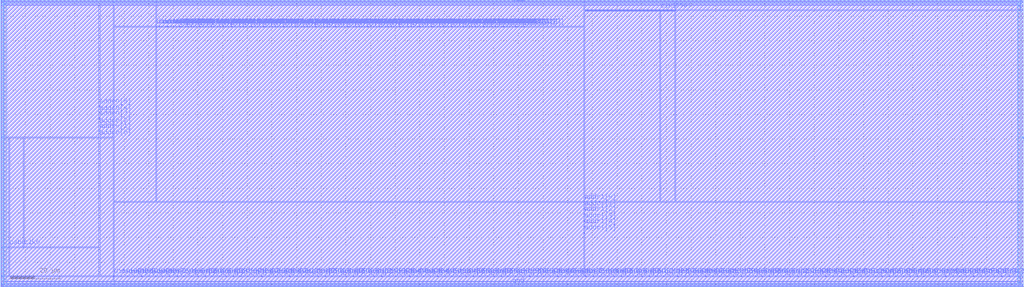
<source format=lef>
VERSION 5.4 ;
NAMESCASESENSITIVE ON ;
BUSBITCHARS "[]" ;
DIVIDERCHAR "/" ;
UNITS
  DATABASE MICRONS 2000 ;
END UNITS
MACRO freepdk45_sram_1w1r_40x128
   CLASS BLOCK ;
   SIZE 414.82 BY 116.62 ;
   SYMMETRY X Y R90 ;
   PIN din0[0]
      DIRECTION INPUT ;
      PORT
         LAYER metal3 ;
         RECT  45.705 4.2375 45.84 4.3725 ;
      END
   END din0[0]
   PIN din0[1]
      DIRECTION INPUT ;
      PORT
         LAYER metal3 ;
         RECT  48.565 4.2375 48.7 4.3725 ;
      END
   END din0[1]
   PIN din0[2]
      DIRECTION INPUT ;
      PORT
         LAYER metal3 ;
         RECT  51.425 4.2375 51.56 4.3725 ;
      END
   END din0[2]
   PIN din0[3]
      DIRECTION INPUT ;
      PORT
         LAYER metal3 ;
         RECT  54.285 4.2375 54.42 4.3725 ;
      END
   END din0[3]
   PIN din0[4]
      DIRECTION INPUT ;
      PORT
         LAYER metal3 ;
         RECT  57.145 4.2375 57.28 4.3725 ;
      END
   END din0[4]
   PIN din0[5]
      DIRECTION INPUT ;
      PORT
         LAYER metal3 ;
         RECT  60.005 4.2375 60.14 4.3725 ;
      END
   END din0[5]
   PIN din0[6]
      DIRECTION INPUT ;
      PORT
         LAYER metal3 ;
         RECT  62.865 4.2375 63.0 4.3725 ;
      END
   END din0[6]
   PIN din0[7]
      DIRECTION INPUT ;
      PORT
         LAYER metal3 ;
         RECT  65.725 4.2375 65.86 4.3725 ;
      END
   END din0[7]
   PIN din0[8]
      DIRECTION INPUT ;
      PORT
         LAYER metal3 ;
         RECT  68.585 4.2375 68.72 4.3725 ;
      END
   END din0[8]
   PIN din0[9]
      DIRECTION INPUT ;
      PORT
         LAYER metal3 ;
         RECT  71.445 4.2375 71.58 4.3725 ;
      END
   END din0[9]
   PIN din0[10]
      DIRECTION INPUT ;
      PORT
         LAYER metal3 ;
         RECT  74.305 4.2375 74.44 4.3725 ;
      END
   END din0[10]
   PIN din0[11]
      DIRECTION INPUT ;
      PORT
         LAYER metal3 ;
         RECT  77.165 4.2375 77.3 4.3725 ;
      END
   END din0[11]
   PIN din0[12]
      DIRECTION INPUT ;
      PORT
         LAYER metal3 ;
         RECT  80.025 4.2375 80.16 4.3725 ;
      END
   END din0[12]
   PIN din0[13]
      DIRECTION INPUT ;
      PORT
         LAYER metal3 ;
         RECT  82.885 4.2375 83.02 4.3725 ;
      END
   END din0[13]
   PIN din0[14]
      DIRECTION INPUT ;
      PORT
         LAYER metal3 ;
         RECT  85.745 4.2375 85.88 4.3725 ;
      END
   END din0[14]
   PIN din0[15]
      DIRECTION INPUT ;
      PORT
         LAYER metal3 ;
         RECT  88.605 4.2375 88.74 4.3725 ;
      END
   END din0[15]
   PIN din0[16]
      DIRECTION INPUT ;
      PORT
         LAYER metal3 ;
         RECT  91.465 4.2375 91.6 4.3725 ;
      END
   END din0[16]
   PIN din0[17]
      DIRECTION INPUT ;
      PORT
         LAYER metal3 ;
         RECT  94.325 4.2375 94.46 4.3725 ;
      END
   END din0[17]
   PIN din0[18]
      DIRECTION INPUT ;
      PORT
         LAYER metal3 ;
         RECT  97.185 4.2375 97.32 4.3725 ;
      END
   END din0[18]
   PIN din0[19]
      DIRECTION INPUT ;
      PORT
         LAYER metal3 ;
         RECT  100.045 4.2375 100.18 4.3725 ;
      END
   END din0[19]
   PIN din0[20]
      DIRECTION INPUT ;
      PORT
         LAYER metal3 ;
         RECT  102.905 4.2375 103.04 4.3725 ;
      END
   END din0[20]
   PIN din0[21]
      DIRECTION INPUT ;
      PORT
         LAYER metal3 ;
         RECT  105.765 4.2375 105.9 4.3725 ;
      END
   END din0[21]
   PIN din0[22]
      DIRECTION INPUT ;
      PORT
         LAYER metal3 ;
         RECT  108.625 4.2375 108.76 4.3725 ;
      END
   END din0[22]
   PIN din0[23]
      DIRECTION INPUT ;
      PORT
         LAYER metal3 ;
         RECT  111.485 4.2375 111.62 4.3725 ;
      END
   END din0[23]
   PIN din0[24]
      DIRECTION INPUT ;
      PORT
         LAYER metal3 ;
         RECT  114.345 4.2375 114.48 4.3725 ;
      END
   END din0[24]
   PIN din0[25]
      DIRECTION INPUT ;
      PORT
         LAYER metal3 ;
         RECT  117.205 4.2375 117.34 4.3725 ;
      END
   END din0[25]
   PIN din0[26]
      DIRECTION INPUT ;
      PORT
         LAYER metal3 ;
         RECT  120.065 4.2375 120.2 4.3725 ;
      END
   END din0[26]
   PIN din0[27]
      DIRECTION INPUT ;
      PORT
         LAYER metal3 ;
         RECT  122.925 4.2375 123.06 4.3725 ;
      END
   END din0[27]
   PIN din0[28]
      DIRECTION INPUT ;
      PORT
         LAYER metal3 ;
         RECT  125.785 4.2375 125.92 4.3725 ;
      END
   END din0[28]
   PIN din0[29]
      DIRECTION INPUT ;
      PORT
         LAYER metal3 ;
         RECT  128.645 4.2375 128.78 4.3725 ;
      END
   END din0[29]
   PIN din0[30]
      DIRECTION INPUT ;
      PORT
         LAYER metal3 ;
         RECT  131.505 4.2375 131.64 4.3725 ;
      END
   END din0[30]
   PIN din0[31]
      DIRECTION INPUT ;
      PORT
         LAYER metal3 ;
         RECT  134.365 4.2375 134.5 4.3725 ;
      END
   END din0[31]
   PIN din0[32]
      DIRECTION INPUT ;
      PORT
         LAYER metal3 ;
         RECT  137.225 4.2375 137.36 4.3725 ;
      END
   END din0[32]
   PIN din0[33]
      DIRECTION INPUT ;
      PORT
         LAYER metal3 ;
         RECT  140.085 4.2375 140.22 4.3725 ;
      END
   END din0[33]
   PIN din0[34]
      DIRECTION INPUT ;
      PORT
         LAYER metal3 ;
         RECT  142.945 4.2375 143.08 4.3725 ;
      END
   END din0[34]
   PIN din0[35]
      DIRECTION INPUT ;
      PORT
         LAYER metal3 ;
         RECT  145.805 4.2375 145.94 4.3725 ;
      END
   END din0[35]
   PIN din0[36]
      DIRECTION INPUT ;
      PORT
         LAYER metal3 ;
         RECT  148.665 4.2375 148.8 4.3725 ;
      END
   END din0[36]
   PIN din0[37]
      DIRECTION INPUT ;
      PORT
         LAYER metal3 ;
         RECT  151.525 4.2375 151.66 4.3725 ;
      END
   END din0[37]
   PIN din0[38]
      DIRECTION INPUT ;
      PORT
         LAYER metal3 ;
         RECT  154.385 4.2375 154.52 4.3725 ;
      END
   END din0[38]
   PIN din0[39]
      DIRECTION INPUT ;
      PORT
         LAYER metal3 ;
         RECT  157.245 4.2375 157.38 4.3725 ;
      END
   END din0[39]
   PIN din0[40]
      DIRECTION INPUT ;
      PORT
         LAYER metal3 ;
         RECT  160.105 4.2375 160.24 4.3725 ;
      END
   END din0[40]
   PIN din0[41]
      DIRECTION INPUT ;
      PORT
         LAYER metal3 ;
         RECT  162.965 4.2375 163.1 4.3725 ;
      END
   END din0[41]
   PIN din0[42]
      DIRECTION INPUT ;
      PORT
         LAYER metal3 ;
         RECT  165.825 4.2375 165.96 4.3725 ;
      END
   END din0[42]
   PIN din0[43]
      DIRECTION INPUT ;
      PORT
         LAYER metal3 ;
         RECT  168.685 4.2375 168.82 4.3725 ;
      END
   END din0[43]
   PIN din0[44]
      DIRECTION INPUT ;
      PORT
         LAYER metal3 ;
         RECT  171.545 4.2375 171.68 4.3725 ;
      END
   END din0[44]
   PIN din0[45]
      DIRECTION INPUT ;
      PORT
         LAYER metal3 ;
         RECT  174.405 4.2375 174.54 4.3725 ;
      END
   END din0[45]
   PIN din0[46]
      DIRECTION INPUT ;
      PORT
         LAYER metal3 ;
         RECT  177.265 4.2375 177.4 4.3725 ;
      END
   END din0[46]
   PIN din0[47]
      DIRECTION INPUT ;
      PORT
         LAYER metal3 ;
         RECT  180.125 4.2375 180.26 4.3725 ;
      END
   END din0[47]
   PIN din0[48]
      DIRECTION INPUT ;
      PORT
         LAYER metal3 ;
         RECT  182.985 4.2375 183.12 4.3725 ;
      END
   END din0[48]
   PIN din0[49]
      DIRECTION INPUT ;
      PORT
         LAYER metal3 ;
         RECT  185.845 4.2375 185.98 4.3725 ;
      END
   END din0[49]
   PIN din0[50]
      DIRECTION INPUT ;
      PORT
         LAYER metal3 ;
         RECT  188.705 4.2375 188.84 4.3725 ;
      END
   END din0[50]
   PIN din0[51]
      DIRECTION INPUT ;
      PORT
         LAYER metal3 ;
         RECT  191.565 4.2375 191.7 4.3725 ;
      END
   END din0[51]
   PIN din0[52]
      DIRECTION INPUT ;
      PORT
         LAYER metal3 ;
         RECT  194.425 4.2375 194.56 4.3725 ;
      END
   END din0[52]
   PIN din0[53]
      DIRECTION INPUT ;
      PORT
         LAYER metal3 ;
         RECT  197.285 4.2375 197.42 4.3725 ;
      END
   END din0[53]
   PIN din0[54]
      DIRECTION INPUT ;
      PORT
         LAYER metal3 ;
         RECT  200.145 4.2375 200.28 4.3725 ;
      END
   END din0[54]
   PIN din0[55]
      DIRECTION INPUT ;
      PORT
         LAYER metal3 ;
         RECT  203.005 4.2375 203.14 4.3725 ;
      END
   END din0[55]
   PIN din0[56]
      DIRECTION INPUT ;
      PORT
         LAYER metal3 ;
         RECT  205.865 4.2375 206.0 4.3725 ;
      END
   END din0[56]
   PIN din0[57]
      DIRECTION INPUT ;
      PORT
         LAYER metal3 ;
         RECT  208.725 4.2375 208.86 4.3725 ;
      END
   END din0[57]
   PIN din0[58]
      DIRECTION INPUT ;
      PORT
         LAYER metal3 ;
         RECT  211.585 4.2375 211.72 4.3725 ;
      END
   END din0[58]
   PIN din0[59]
      DIRECTION INPUT ;
      PORT
         LAYER metal3 ;
         RECT  214.445 4.2375 214.58 4.3725 ;
      END
   END din0[59]
   PIN din0[60]
      DIRECTION INPUT ;
      PORT
         LAYER metal3 ;
         RECT  217.305 4.2375 217.44 4.3725 ;
      END
   END din0[60]
   PIN din0[61]
      DIRECTION INPUT ;
      PORT
         LAYER metal3 ;
         RECT  220.165 4.2375 220.3 4.3725 ;
      END
   END din0[61]
   PIN din0[62]
      DIRECTION INPUT ;
      PORT
         LAYER metal3 ;
         RECT  223.025 4.2375 223.16 4.3725 ;
      END
   END din0[62]
   PIN din0[63]
      DIRECTION INPUT ;
      PORT
         LAYER metal3 ;
         RECT  225.885 4.2375 226.02 4.3725 ;
      END
   END din0[63]
   PIN din0[64]
      DIRECTION INPUT ;
      PORT
         LAYER metal3 ;
         RECT  228.745 4.2375 228.88 4.3725 ;
      END
   END din0[64]
   PIN din0[65]
      DIRECTION INPUT ;
      PORT
         LAYER metal3 ;
         RECT  231.605 4.2375 231.74 4.3725 ;
      END
   END din0[65]
   PIN din0[66]
      DIRECTION INPUT ;
      PORT
         LAYER metal3 ;
         RECT  234.465 4.2375 234.6 4.3725 ;
      END
   END din0[66]
   PIN din0[67]
      DIRECTION INPUT ;
      PORT
         LAYER metal3 ;
         RECT  237.325 4.2375 237.46 4.3725 ;
      END
   END din0[67]
   PIN din0[68]
      DIRECTION INPUT ;
      PORT
         LAYER metal3 ;
         RECT  240.185 4.2375 240.32 4.3725 ;
      END
   END din0[68]
   PIN din0[69]
      DIRECTION INPUT ;
      PORT
         LAYER metal3 ;
         RECT  243.045 4.2375 243.18 4.3725 ;
      END
   END din0[69]
   PIN din0[70]
      DIRECTION INPUT ;
      PORT
         LAYER metal3 ;
         RECT  245.905 4.2375 246.04 4.3725 ;
      END
   END din0[70]
   PIN din0[71]
      DIRECTION INPUT ;
      PORT
         LAYER metal3 ;
         RECT  248.765 4.2375 248.9 4.3725 ;
      END
   END din0[71]
   PIN din0[72]
      DIRECTION INPUT ;
      PORT
         LAYER metal3 ;
         RECT  251.625 4.2375 251.76 4.3725 ;
      END
   END din0[72]
   PIN din0[73]
      DIRECTION INPUT ;
      PORT
         LAYER metal3 ;
         RECT  254.485 4.2375 254.62 4.3725 ;
      END
   END din0[73]
   PIN din0[74]
      DIRECTION INPUT ;
      PORT
         LAYER metal3 ;
         RECT  257.345 4.2375 257.48 4.3725 ;
      END
   END din0[74]
   PIN din0[75]
      DIRECTION INPUT ;
      PORT
         LAYER metal3 ;
         RECT  260.205 4.2375 260.34 4.3725 ;
      END
   END din0[75]
   PIN din0[76]
      DIRECTION INPUT ;
      PORT
         LAYER metal3 ;
         RECT  263.065 4.2375 263.2 4.3725 ;
      END
   END din0[76]
   PIN din0[77]
      DIRECTION INPUT ;
      PORT
         LAYER metal3 ;
         RECT  265.925 4.2375 266.06 4.3725 ;
      END
   END din0[77]
   PIN din0[78]
      DIRECTION INPUT ;
      PORT
         LAYER metal3 ;
         RECT  268.785 4.2375 268.92 4.3725 ;
      END
   END din0[78]
   PIN din0[79]
      DIRECTION INPUT ;
      PORT
         LAYER metal3 ;
         RECT  271.645 4.2375 271.78 4.3725 ;
      END
   END din0[79]
   PIN din0[80]
      DIRECTION INPUT ;
      PORT
         LAYER metal3 ;
         RECT  274.505 4.2375 274.64 4.3725 ;
      END
   END din0[80]
   PIN din0[81]
      DIRECTION INPUT ;
      PORT
         LAYER metal3 ;
         RECT  277.365 4.2375 277.5 4.3725 ;
      END
   END din0[81]
   PIN din0[82]
      DIRECTION INPUT ;
      PORT
         LAYER metal3 ;
         RECT  280.225 4.2375 280.36 4.3725 ;
      END
   END din0[82]
   PIN din0[83]
      DIRECTION INPUT ;
      PORT
         LAYER metal3 ;
         RECT  283.085 4.2375 283.22 4.3725 ;
      END
   END din0[83]
   PIN din0[84]
      DIRECTION INPUT ;
      PORT
         LAYER metal3 ;
         RECT  285.945 4.2375 286.08 4.3725 ;
      END
   END din0[84]
   PIN din0[85]
      DIRECTION INPUT ;
      PORT
         LAYER metal3 ;
         RECT  288.805 4.2375 288.94 4.3725 ;
      END
   END din0[85]
   PIN din0[86]
      DIRECTION INPUT ;
      PORT
         LAYER metal3 ;
         RECT  291.665 4.2375 291.8 4.3725 ;
      END
   END din0[86]
   PIN din0[87]
      DIRECTION INPUT ;
      PORT
         LAYER metal3 ;
         RECT  294.525 4.2375 294.66 4.3725 ;
      END
   END din0[87]
   PIN din0[88]
      DIRECTION INPUT ;
      PORT
         LAYER metal3 ;
         RECT  297.385 4.2375 297.52 4.3725 ;
      END
   END din0[88]
   PIN din0[89]
      DIRECTION INPUT ;
      PORT
         LAYER metal3 ;
         RECT  300.245 4.2375 300.38 4.3725 ;
      END
   END din0[89]
   PIN din0[90]
      DIRECTION INPUT ;
      PORT
         LAYER metal3 ;
         RECT  303.105 4.2375 303.24 4.3725 ;
      END
   END din0[90]
   PIN din0[91]
      DIRECTION INPUT ;
      PORT
         LAYER metal3 ;
         RECT  305.965 4.2375 306.1 4.3725 ;
      END
   END din0[91]
   PIN din0[92]
      DIRECTION INPUT ;
      PORT
         LAYER metal3 ;
         RECT  308.825 4.2375 308.96 4.3725 ;
      END
   END din0[92]
   PIN din0[93]
      DIRECTION INPUT ;
      PORT
         LAYER metal3 ;
         RECT  311.685 4.2375 311.82 4.3725 ;
      END
   END din0[93]
   PIN din0[94]
      DIRECTION INPUT ;
      PORT
         LAYER metal3 ;
         RECT  314.545 4.2375 314.68 4.3725 ;
      END
   END din0[94]
   PIN din0[95]
      DIRECTION INPUT ;
      PORT
         LAYER metal3 ;
         RECT  317.405 4.2375 317.54 4.3725 ;
      END
   END din0[95]
   PIN din0[96]
      DIRECTION INPUT ;
      PORT
         LAYER metal3 ;
         RECT  320.265 4.2375 320.4 4.3725 ;
      END
   END din0[96]
   PIN din0[97]
      DIRECTION INPUT ;
      PORT
         LAYER metal3 ;
         RECT  323.125 4.2375 323.26 4.3725 ;
      END
   END din0[97]
   PIN din0[98]
      DIRECTION INPUT ;
      PORT
         LAYER metal3 ;
         RECT  325.985 4.2375 326.12 4.3725 ;
      END
   END din0[98]
   PIN din0[99]
      DIRECTION INPUT ;
      PORT
         LAYER metal3 ;
         RECT  328.845 4.2375 328.98 4.3725 ;
      END
   END din0[99]
   PIN din0[100]
      DIRECTION INPUT ;
      PORT
         LAYER metal3 ;
         RECT  331.705 4.2375 331.84 4.3725 ;
      END
   END din0[100]
   PIN din0[101]
      DIRECTION INPUT ;
      PORT
         LAYER metal3 ;
         RECT  334.565 4.2375 334.7 4.3725 ;
      END
   END din0[101]
   PIN din0[102]
      DIRECTION INPUT ;
      PORT
         LAYER metal3 ;
         RECT  337.425 4.2375 337.56 4.3725 ;
      END
   END din0[102]
   PIN din0[103]
      DIRECTION INPUT ;
      PORT
         LAYER metal3 ;
         RECT  340.285 4.2375 340.42 4.3725 ;
      END
   END din0[103]
   PIN din0[104]
      DIRECTION INPUT ;
      PORT
         LAYER metal3 ;
         RECT  343.145 4.2375 343.28 4.3725 ;
      END
   END din0[104]
   PIN din0[105]
      DIRECTION INPUT ;
      PORT
         LAYER metal3 ;
         RECT  346.005 4.2375 346.14 4.3725 ;
      END
   END din0[105]
   PIN din0[106]
      DIRECTION INPUT ;
      PORT
         LAYER metal3 ;
         RECT  348.865 4.2375 349.0 4.3725 ;
      END
   END din0[106]
   PIN din0[107]
      DIRECTION INPUT ;
      PORT
         LAYER metal3 ;
         RECT  351.725 4.2375 351.86 4.3725 ;
      END
   END din0[107]
   PIN din0[108]
      DIRECTION INPUT ;
      PORT
         LAYER metal3 ;
         RECT  354.585 4.2375 354.72 4.3725 ;
      END
   END din0[108]
   PIN din0[109]
      DIRECTION INPUT ;
      PORT
         LAYER metal3 ;
         RECT  357.445 4.2375 357.58 4.3725 ;
      END
   END din0[109]
   PIN din0[110]
      DIRECTION INPUT ;
      PORT
         LAYER metal3 ;
         RECT  360.305 4.2375 360.44 4.3725 ;
      END
   END din0[110]
   PIN din0[111]
      DIRECTION INPUT ;
      PORT
         LAYER metal3 ;
         RECT  363.165 4.2375 363.3 4.3725 ;
      END
   END din0[111]
   PIN din0[112]
      DIRECTION INPUT ;
      PORT
         LAYER metal3 ;
         RECT  366.025 4.2375 366.16 4.3725 ;
      END
   END din0[112]
   PIN din0[113]
      DIRECTION INPUT ;
      PORT
         LAYER metal3 ;
         RECT  368.885 4.2375 369.02 4.3725 ;
      END
   END din0[113]
   PIN din0[114]
      DIRECTION INPUT ;
      PORT
         LAYER metal3 ;
         RECT  371.745 4.2375 371.88 4.3725 ;
      END
   END din0[114]
   PIN din0[115]
      DIRECTION INPUT ;
      PORT
         LAYER metal3 ;
         RECT  374.605 4.2375 374.74 4.3725 ;
      END
   END din0[115]
   PIN din0[116]
      DIRECTION INPUT ;
      PORT
         LAYER metal3 ;
         RECT  377.465 4.2375 377.6 4.3725 ;
      END
   END din0[116]
   PIN din0[117]
      DIRECTION INPUT ;
      PORT
         LAYER metal3 ;
         RECT  380.325 4.2375 380.46 4.3725 ;
      END
   END din0[117]
   PIN din0[118]
      DIRECTION INPUT ;
      PORT
         LAYER metal3 ;
         RECT  383.185 4.2375 383.32 4.3725 ;
      END
   END din0[118]
   PIN din0[119]
      DIRECTION INPUT ;
      PORT
         LAYER metal3 ;
         RECT  386.045 4.2375 386.18 4.3725 ;
      END
   END din0[119]
   PIN din0[120]
      DIRECTION INPUT ;
      PORT
         LAYER metal3 ;
         RECT  388.905 4.2375 389.04 4.3725 ;
      END
   END din0[120]
   PIN din0[121]
      DIRECTION INPUT ;
      PORT
         LAYER metal3 ;
         RECT  391.765 4.2375 391.9 4.3725 ;
      END
   END din0[121]
   PIN din0[122]
      DIRECTION INPUT ;
      PORT
         LAYER metal3 ;
         RECT  394.625 4.2375 394.76 4.3725 ;
      END
   END din0[122]
   PIN din0[123]
      DIRECTION INPUT ;
      PORT
         LAYER metal3 ;
         RECT  397.485 4.2375 397.62 4.3725 ;
      END
   END din0[123]
   PIN din0[124]
      DIRECTION INPUT ;
      PORT
         LAYER metal3 ;
         RECT  400.345 4.2375 400.48 4.3725 ;
      END
   END din0[124]
   PIN din0[125]
      DIRECTION INPUT ;
      PORT
         LAYER metal3 ;
         RECT  403.205 4.2375 403.34 4.3725 ;
      END
   END din0[125]
   PIN din0[126]
      DIRECTION INPUT ;
      PORT
         LAYER metal3 ;
         RECT  406.065 4.2375 406.2 4.3725 ;
      END
   END din0[126]
   PIN din0[127]
      DIRECTION INPUT ;
      PORT
         LAYER metal3 ;
         RECT  408.925 4.2375 409.06 4.3725 ;
      END
   END din0[127]
   PIN addr0[0]
      DIRECTION INPUT ;
      PORT
         LAYER metal3 ;
         RECT  39.985 60.5525 40.12 60.6875 ;
      END
   END addr0[0]
   PIN addr0[1]
      DIRECTION INPUT ;
      PORT
         LAYER metal3 ;
         RECT  39.985 63.2825 40.12 63.4175 ;
      END
   END addr0[1]
   PIN addr0[2]
      DIRECTION INPUT ;
      PORT
         LAYER metal3 ;
         RECT  39.985 65.4925 40.12 65.6275 ;
      END
   END addr0[2]
   PIN addr0[3]
      DIRECTION INPUT ;
      PORT
         LAYER metal3 ;
         RECT  39.985 68.2225 40.12 68.3575 ;
      END
   END addr0[3]
   PIN addr0[4]
      DIRECTION INPUT ;
      PORT
         LAYER metal3 ;
         RECT  39.985 70.4325 40.12 70.5675 ;
      END
   END addr0[4]
   PIN addr0[5]
      DIRECTION INPUT ;
      PORT
         LAYER metal3 ;
         RECT  39.985 73.1625 40.12 73.2975 ;
      END
   END addr0[5]
   PIN addr1[0]
      DIRECTION INPUT ;
      PORT
         LAYER metal3 ;
         RECT  236.665 34.4225 236.8 34.5575 ;
      END
   END addr1[0]
   PIN addr1[1]
      DIRECTION INPUT ;
      PORT
         LAYER metal3 ;
         RECT  236.665 31.6925 236.8 31.8275 ;
      END
   END addr1[1]
   PIN addr1[2]
      DIRECTION INPUT ;
      PORT
         LAYER metal3 ;
         RECT  236.665 29.4825 236.8 29.6175 ;
      END
   END addr1[2]
   PIN addr1[3]
      DIRECTION INPUT ;
      PORT
         LAYER metal3 ;
         RECT  236.665 26.7525 236.8 26.8875 ;
      END
   END addr1[3]
   PIN addr1[4]
      DIRECTION INPUT ;
      PORT
         LAYER metal3 ;
         RECT  236.665 24.5425 236.8 24.6775 ;
      END
   END addr1[4]
   PIN addr1[5]
      DIRECTION INPUT ;
      PORT
         LAYER metal3 ;
         RECT  236.665 21.8125 236.8 21.9475 ;
      END
   END addr1[5]
   PIN csb0
      DIRECTION INPUT ;
      PORT
         LAYER metal3 ;
         RECT  3.325 15.9625 3.46 16.0975 ;
      END
   END csb0
   PIN csb1
      DIRECTION INPUT ;
      PORT
         LAYER metal3 ;
         RECT  273.465 112.2425 273.6 112.3775 ;
      END
   END csb1
   PIN clk0
      DIRECTION INPUT ;
      PORT
         LAYER metal3 ;
         RECT  9.2875 16.0475 9.4225 16.1825 ;
      END
   END clk0
   PIN clk1
      DIRECTION INPUT ;
      PORT
         LAYER metal3 ;
         RECT  267.3625 112.1575 267.4975 112.2925 ;
      END
   END clk1
   PIN dout1[0]
      DIRECTION OUTPUT ;
      PORT
         LAYER metal3 ;
         RECT  63.0625 105.535 63.1975 105.67 ;
      END
   END dout1[0]
   PIN dout1[1]
      DIRECTION OUTPUT ;
      PORT
         LAYER metal3 ;
         RECT  64.2375 105.535 64.3725 105.67 ;
      END
   END dout1[1]
   PIN dout1[2]
      DIRECTION OUTPUT ;
      PORT
         LAYER metal3 ;
         RECT  65.4125 105.535 65.5475 105.67 ;
      END
   END dout1[2]
   PIN dout1[3]
      DIRECTION OUTPUT ;
      PORT
         LAYER metal3 ;
         RECT  66.5875 105.535 66.7225 105.67 ;
      END
   END dout1[3]
   PIN dout1[4]
      DIRECTION OUTPUT ;
      PORT
         LAYER metal3 ;
         RECT  67.7625 105.535 67.8975 105.67 ;
      END
   END dout1[4]
   PIN dout1[5]
      DIRECTION OUTPUT ;
      PORT
         LAYER metal3 ;
         RECT  68.9375 105.535 69.0725 105.67 ;
      END
   END dout1[5]
   PIN dout1[6]
      DIRECTION OUTPUT ;
      PORT
         LAYER metal3 ;
         RECT  70.1125 105.535 70.2475 105.67 ;
      END
   END dout1[6]
   PIN dout1[7]
      DIRECTION OUTPUT ;
      PORT
         LAYER metal3 ;
         RECT  71.2875 105.535 71.4225 105.67 ;
      END
   END dout1[7]
   PIN dout1[8]
      DIRECTION OUTPUT ;
      PORT
         LAYER metal3 ;
         RECT  72.4625 105.535 72.5975 105.67 ;
      END
   END dout1[8]
   PIN dout1[9]
      DIRECTION OUTPUT ;
      PORT
         LAYER metal3 ;
         RECT  73.6375 105.535 73.7725 105.67 ;
      END
   END dout1[9]
   PIN dout1[10]
      DIRECTION OUTPUT ;
      PORT
         LAYER metal3 ;
         RECT  74.8125 105.535 74.9475 105.67 ;
      END
   END dout1[10]
   PIN dout1[11]
      DIRECTION OUTPUT ;
      PORT
         LAYER metal3 ;
         RECT  75.9875 105.535 76.1225 105.67 ;
      END
   END dout1[11]
   PIN dout1[12]
      DIRECTION OUTPUT ;
      PORT
         LAYER metal3 ;
         RECT  77.1625 105.535 77.2975 105.67 ;
      END
   END dout1[12]
   PIN dout1[13]
      DIRECTION OUTPUT ;
      PORT
         LAYER metal3 ;
         RECT  78.3375 105.535 78.4725 105.67 ;
      END
   END dout1[13]
   PIN dout1[14]
      DIRECTION OUTPUT ;
      PORT
         LAYER metal3 ;
         RECT  79.5125 105.535 79.6475 105.67 ;
      END
   END dout1[14]
   PIN dout1[15]
      DIRECTION OUTPUT ;
      PORT
         LAYER metal3 ;
         RECT  80.6875 105.535 80.8225 105.67 ;
      END
   END dout1[15]
   PIN dout1[16]
      DIRECTION OUTPUT ;
      PORT
         LAYER metal3 ;
         RECT  81.8625 105.535 81.9975 105.67 ;
      END
   END dout1[16]
   PIN dout1[17]
      DIRECTION OUTPUT ;
      PORT
         LAYER metal3 ;
         RECT  83.0375 105.535 83.1725 105.67 ;
      END
   END dout1[17]
   PIN dout1[18]
      DIRECTION OUTPUT ;
      PORT
         LAYER metal3 ;
         RECT  84.2125 105.535 84.3475 105.67 ;
      END
   END dout1[18]
   PIN dout1[19]
      DIRECTION OUTPUT ;
      PORT
         LAYER metal3 ;
         RECT  85.3875 105.535 85.5225 105.67 ;
      END
   END dout1[19]
   PIN dout1[20]
      DIRECTION OUTPUT ;
      PORT
         LAYER metal3 ;
         RECT  86.5625 105.535 86.6975 105.67 ;
      END
   END dout1[20]
   PIN dout1[21]
      DIRECTION OUTPUT ;
      PORT
         LAYER metal3 ;
         RECT  87.7375 105.535 87.8725 105.67 ;
      END
   END dout1[21]
   PIN dout1[22]
      DIRECTION OUTPUT ;
      PORT
         LAYER metal3 ;
         RECT  88.9125 105.535 89.0475 105.67 ;
      END
   END dout1[22]
   PIN dout1[23]
      DIRECTION OUTPUT ;
      PORT
         LAYER metal3 ;
         RECT  90.0875 105.535 90.2225 105.67 ;
      END
   END dout1[23]
   PIN dout1[24]
      DIRECTION OUTPUT ;
      PORT
         LAYER metal3 ;
         RECT  91.2625 105.535 91.3975 105.67 ;
      END
   END dout1[24]
   PIN dout1[25]
      DIRECTION OUTPUT ;
      PORT
         LAYER metal3 ;
         RECT  92.4375 105.535 92.5725 105.67 ;
      END
   END dout1[25]
   PIN dout1[26]
      DIRECTION OUTPUT ;
      PORT
         LAYER metal3 ;
         RECT  93.6125 105.535 93.7475 105.67 ;
      END
   END dout1[26]
   PIN dout1[27]
      DIRECTION OUTPUT ;
      PORT
         LAYER metal3 ;
         RECT  94.7875 105.535 94.9225 105.67 ;
      END
   END dout1[27]
   PIN dout1[28]
      DIRECTION OUTPUT ;
      PORT
         LAYER metal3 ;
         RECT  95.9625 105.535 96.0975 105.67 ;
      END
   END dout1[28]
   PIN dout1[29]
      DIRECTION OUTPUT ;
      PORT
         LAYER metal3 ;
         RECT  97.1375 105.535 97.2725 105.67 ;
      END
   END dout1[29]
   PIN dout1[30]
      DIRECTION OUTPUT ;
      PORT
         LAYER metal3 ;
         RECT  98.3125 105.535 98.4475 105.67 ;
      END
   END dout1[30]
   PIN dout1[31]
      DIRECTION OUTPUT ;
      PORT
         LAYER metal3 ;
         RECT  99.4875 105.535 99.6225 105.67 ;
      END
   END dout1[31]
   PIN dout1[32]
      DIRECTION OUTPUT ;
      PORT
         LAYER metal3 ;
         RECT  100.6625 105.535 100.7975 105.67 ;
      END
   END dout1[32]
   PIN dout1[33]
      DIRECTION OUTPUT ;
      PORT
         LAYER metal3 ;
         RECT  101.8375 105.535 101.9725 105.67 ;
      END
   END dout1[33]
   PIN dout1[34]
      DIRECTION OUTPUT ;
      PORT
         LAYER metal3 ;
         RECT  103.0125 105.535 103.1475 105.67 ;
      END
   END dout1[34]
   PIN dout1[35]
      DIRECTION OUTPUT ;
      PORT
         LAYER metal3 ;
         RECT  104.1875 105.535 104.3225 105.67 ;
      END
   END dout1[35]
   PIN dout1[36]
      DIRECTION OUTPUT ;
      PORT
         LAYER metal3 ;
         RECT  105.3625 105.535 105.4975 105.67 ;
      END
   END dout1[36]
   PIN dout1[37]
      DIRECTION OUTPUT ;
      PORT
         LAYER metal3 ;
         RECT  106.5375 105.535 106.6725 105.67 ;
      END
   END dout1[37]
   PIN dout1[38]
      DIRECTION OUTPUT ;
      PORT
         LAYER metal3 ;
         RECT  107.7125 105.535 107.8475 105.67 ;
      END
   END dout1[38]
   PIN dout1[39]
      DIRECTION OUTPUT ;
      PORT
         LAYER metal3 ;
         RECT  108.8875 105.535 109.0225 105.67 ;
      END
   END dout1[39]
   PIN dout1[40]
      DIRECTION OUTPUT ;
      PORT
         LAYER metal3 ;
         RECT  110.0625 105.535 110.1975 105.67 ;
      END
   END dout1[40]
   PIN dout1[41]
      DIRECTION OUTPUT ;
      PORT
         LAYER metal3 ;
         RECT  111.2375 105.535 111.3725 105.67 ;
      END
   END dout1[41]
   PIN dout1[42]
      DIRECTION OUTPUT ;
      PORT
         LAYER metal3 ;
         RECT  112.4125 105.535 112.5475 105.67 ;
      END
   END dout1[42]
   PIN dout1[43]
      DIRECTION OUTPUT ;
      PORT
         LAYER metal3 ;
         RECT  113.5875 105.535 113.7225 105.67 ;
      END
   END dout1[43]
   PIN dout1[44]
      DIRECTION OUTPUT ;
      PORT
         LAYER metal3 ;
         RECT  114.7625 105.535 114.8975 105.67 ;
      END
   END dout1[44]
   PIN dout1[45]
      DIRECTION OUTPUT ;
      PORT
         LAYER metal3 ;
         RECT  115.9375 105.535 116.0725 105.67 ;
      END
   END dout1[45]
   PIN dout1[46]
      DIRECTION OUTPUT ;
      PORT
         LAYER metal3 ;
         RECT  117.1125 105.535 117.2475 105.67 ;
      END
   END dout1[46]
   PIN dout1[47]
      DIRECTION OUTPUT ;
      PORT
         LAYER metal3 ;
         RECT  118.2875 105.535 118.4225 105.67 ;
      END
   END dout1[47]
   PIN dout1[48]
      DIRECTION OUTPUT ;
      PORT
         LAYER metal3 ;
         RECT  119.4625 105.535 119.5975 105.67 ;
      END
   END dout1[48]
   PIN dout1[49]
      DIRECTION OUTPUT ;
      PORT
         LAYER metal3 ;
         RECT  120.6375 105.535 120.7725 105.67 ;
      END
   END dout1[49]
   PIN dout1[50]
      DIRECTION OUTPUT ;
      PORT
         LAYER metal3 ;
         RECT  121.8125 105.535 121.9475 105.67 ;
      END
   END dout1[50]
   PIN dout1[51]
      DIRECTION OUTPUT ;
      PORT
         LAYER metal3 ;
         RECT  122.9875 105.535 123.1225 105.67 ;
      END
   END dout1[51]
   PIN dout1[52]
      DIRECTION OUTPUT ;
      PORT
         LAYER metal3 ;
         RECT  124.1625 105.535 124.2975 105.67 ;
      END
   END dout1[52]
   PIN dout1[53]
      DIRECTION OUTPUT ;
      PORT
         LAYER metal3 ;
         RECT  125.3375 105.535 125.4725 105.67 ;
      END
   END dout1[53]
   PIN dout1[54]
      DIRECTION OUTPUT ;
      PORT
         LAYER metal3 ;
         RECT  126.5125 105.535 126.6475 105.67 ;
      END
   END dout1[54]
   PIN dout1[55]
      DIRECTION OUTPUT ;
      PORT
         LAYER metal3 ;
         RECT  127.6875 105.535 127.8225 105.67 ;
      END
   END dout1[55]
   PIN dout1[56]
      DIRECTION OUTPUT ;
      PORT
         LAYER metal3 ;
         RECT  128.8625 105.535 128.9975 105.67 ;
      END
   END dout1[56]
   PIN dout1[57]
      DIRECTION OUTPUT ;
      PORT
         LAYER metal3 ;
         RECT  130.0375 105.535 130.1725 105.67 ;
      END
   END dout1[57]
   PIN dout1[58]
      DIRECTION OUTPUT ;
      PORT
         LAYER metal3 ;
         RECT  131.2125 105.535 131.3475 105.67 ;
      END
   END dout1[58]
   PIN dout1[59]
      DIRECTION OUTPUT ;
      PORT
         LAYER metal3 ;
         RECT  132.3875 105.535 132.5225 105.67 ;
      END
   END dout1[59]
   PIN dout1[60]
      DIRECTION OUTPUT ;
      PORT
         LAYER metal3 ;
         RECT  133.5625 105.535 133.6975 105.67 ;
      END
   END dout1[60]
   PIN dout1[61]
      DIRECTION OUTPUT ;
      PORT
         LAYER metal3 ;
         RECT  134.7375 105.535 134.8725 105.67 ;
      END
   END dout1[61]
   PIN dout1[62]
      DIRECTION OUTPUT ;
      PORT
         LAYER metal3 ;
         RECT  135.9125 105.535 136.0475 105.67 ;
      END
   END dout1[62]
   PIN dout1[63]
      DIRECTION OUTPUT ;
      PORT
         LAYER metal3 ;
         RECT  137.0875 105.535 137.2225 105.67 ;
      END
   END dout1[63]
   PIN dout1[64]
      DIRECTION OUTPUT ;
      PORT
         LAYER metal3 ;
         RECT  138.2625 105.535 138.3975 105.67 ;
      END
   END dout1[64]
   PIN dout1[65]
      DIRECTION OUTPUT ;
      PORT
         LAYER metal3 ;
         RECT  139.4375 105.535 139.5725 105.67 ;
      END
   END dout1[65]
   PIN dout1[66]
      DIRECTION OUTPUT ;
      PORT
         LAYER metal3 ;
         RECT  140.6125 105.535 140.7475 105.67 ;
      END
   END dout1[66]
   PIN dout1[67]
      DIRECTION OUTPUT ;
      PORT
         LAYER metal3 ;
         RECT  141.7875 105.535 141.9225 105.67 ;
      END
   END dout1[67]
   PIN dout1[68]
      DIRECTION OUTPUT ;
      PORT
         LAYER metal3 ;
         RECT  142.9625 105.535 143.0975 105.67 ;
      END
   END dout1[68]
   PIN dout1[69]
      DIRECTION OUTPUT ;
      PORT
         LAYER metal3 ;
         RECT  144.1375 105.535 144.2725 105.67 ;
      END
   END dout1[69]
   PIN dout1[70]
      DIRECTION OUTPUT ;
      PORT
         LAYER metal3 ;
         RECT  145.3125 105.535 145.4475 105.67 ;
      END
   END dout1[70]
   PIN dout1[71]
      DIRECTION OUTPUT ;
      PORT
         LAYER metal3 ;
         RECT  146.4875 105.535 146.6225 105.67 ;
      END
   END dout1[71]
   PIN dout1[72]
      DIRECTION OUTPUT ;
      PORT
         LAYER metal3 ;
         RECT  147.6625 105.535 147.7975 105.67 ;
      END
   END dout1[72]
   PIN dout1[73]
      DIRECTION OUTPUT ;
      PORT
         LAYER metal3 ;
         RECT  148.8375 105.535 148.9725 105.67 ;
      END
   END dout1[73]
   PIN dout1[74]
      DIRECTION OUTPUT ;
      PORT
         LAYER metal3 ;
         RECT  150.0125 105.535 150.1475 105.67 ;
      END
   END dout1[74]
   PIN dout1[75]
      DIRECTION OUTPUT ;
      PORT
         LAYER metal3 ;
         RECT  151.1875 105.535 151.3225 105.67 ;
      END
   END dout1[75]
   PIN dout1[76]
      DIRECTION OUTPUT ;
      PORT
         LAYER metal3 ;
         RECT  152.3625 105.535 152.4975 105.67 ;
      END
   END dout1[76]
   PIN dout1[77]
      DIRECTION OUTPUT ;
      PORT
         LAYER metal3 ;
         RECT  153.5375 105.535 153.6725 105.67 ;
      END
   END dout1[77]
   PIN dout1[78]
      DIRECTION OUTPUT ;
      PORT
         LAYER metal3 ;
         RECT  154.7125 105.535 154.8475 105.67 ;
      END
   END dout1[78]
   PIN dout1[79]
      DIRECTION OUTPUT ;
      PORT
         LAYER metal3 ;
         RECT  155.8875 105.535 156.0225 105.67 ;
      END
   END dout1[79]
   PIN dout1[80]
      DIRECTION OUTPUT ;
      PORT
         LAYER metal3 ;
         RECT  157.0625 105.535 157.1975 105.67 ;
      END
   END dout1[80]
   PIN dout1[81]
      DIRECTION OUTPUT ;
      PORT
         LAYER metal3 ;
         RECT  158.2375 105.535 158.3725 105.67 ;
      END
   END dout1[81]
   PIN dout1[82]
      DIRECTION OUTPUT ;
      PORT
         LAYER metal3 ;
         RECT  159.4125 105.535 159.5475 105.67 ;
      END
   END dout1[82]
   PIN dout1[83]
      DIRECTION OUTPUT ;
      PORT
         LAYER metal3 ;
         RECT  160.5875 105.535 160.7225 105.67 ;
      END
   END dout1[83]
   PIN dout1[84]
      DIRECTION OUTPUT ;
      PORT
         LAYER metal3 ;
         RECT  161.7625 105.535 161.8975 105.67 ;
      END
   END dout1[84]
   PIN dout1[85]
      DIRECTION OUTPUT ;
      PORT
         LAYER metal3 ;
         RECT  162.9375 105.535 163.0725 105.67 ;
      END
   END dout1[85]
   PIN dout1[86]
      DIRECTION OUTPUT ;
      PORT
         LAYER metal3 ;
         RECT  164.1125 105.535 164.2475 105.67 ;
      END
   END dout1[86]
   PIN dout1[87]
      DIRECTION OUTPUT ;
      PORT
         LAYER metal3 ;
         RECT  165.2875 105.535 165.4225 105.67 ;
      END
   END dout1[87]
   PIN dout1[88]
      DIRECTION OUTPUT ;
      PORT
         LAYER metal3 ;
         RECT  166.4625 105.535 166.5975 105.67 ;
      END
   END dout1[88]
   PIN dout1[89]
      DIRECTION OUTPUT ;
      PORT
         LAYER metal3 ;
         RECT  167.6375 105.535 167.7725 105.67 ;
      END
   END dout1[89]
   PIN dout1[90]
      DIRECTION OUTPUT ;
      PORT
         LAYER metal3 ;
         RECT  168.8125 105.535 168.9475 105.67 ;
      END
   END dout1[90]
   PIN dout1[91]
      DIRECTION OUTPUT ;
      PORT
         LAYER metal3 ;
         RECT  169.9875 105.535 170.1225 105.67 ;
      END
   END dout1[91]
   PIN dout1[92]
      DIRECTION OUTPUT ;
      PORT
         LAYER metal3 ;
         RECT  171.1625 105.535 171.2975 105.67 ;
      END
   END dout1[92]
   PIN dout1[93]
      DIRECTION OUTPUT ;
      PORT
         LAYER metal3 ;
         RECT  172.3375 105.535 172.4725 105.67 ;
      END
   END dout1[93]
   PIN dout1[94]
      DIRECTION OUTPUT ;
      PORT
         LAYER metal3 ;
         RECT  173.5125 105.535 173.6475 105.67 ;
      END
   END dout1[94]
   PIN dout1[95]
      DIRECTION OUTPUT ;
      PORT
         LAYER metal3 ;
         RECT  174.6875 105.535 174.8225 105.67 ;
      END
   END dout1[95]
   PIN dout1[96]
      DIRECTION OUTPUT ;
      PORT
         LAYER metal3 ;
         RECT  175.8625 105.535 175.9975 105.67 ;
      END
   END dout1[96]
   PIN dout1[97]
      DIRECTION OUTPUT ;
      PORT
         LAYER metal3 ;
         RECT  177.0375 105.535 177.1725 105.67 ;
      END
   END dout1[97]
   PIN dout1[98]
      DIRECTION OUTPUT ;
      PORT
         LAYER metal3 ;
         RECT  178.2125 105.535 178.3475 105.67 ;
      END
   END dout1[98]
   PIN dout1[99]
      DIRECTION OUTPUT ;
      PORT
         LAYER metal3 ;
         RECT  179.3875 105.535 179.5225 105.67 ;
      END
   END dout1[99]
   PIN dout1[100]
      DIRECTION OUTPUT ;
      PORT
         LAYER metal3 ;
         RECT  180.5625 105.535 180.6975 105.67 ;
      END
   END dout1[100]
   PIN dout1[101]
      DIRECTION OUTPUT ;
      PORT
         LAYER metal3 ;
         RECT  181.7375 105.535 181.8725 105.67 ;
      END
   END dout1[101]
   PIN dout1[102]
      DIRECTION OUTPUT ;
      PORT
         LAYER metal3 ;
         RECT  182.9125 105.535 183.0475 105.67 ;
      END
   END dout1[102]
   PIN dout1[103]
      DIRECTION OUTPUT ;
      PORT
         LAYER metal3 ;
         RECT  184.0875 105.535 184.2225 105.67 ;
      END
   END dout1[103]
   PIN dout1[104]
      DIRECTION OUTPUT ;
      PORT
         LAYER metal3 ;
         RECT  185.2625 105.535 185.3975 105.67 ;
      END
   END dout1[104]
   PIN dout1[105]
      DIRECTION OUTPUT ;
      PORT
         LAYER metal3 ;
         RECT  186.4375 105.535 186.5725 105.67 ;
      END
   END dout1[105]
   PIN dout1[106]
      DIRECTION OUTPUT ;
      PORT
         LAYER metal3 ;
         RECT  187.6125 105.535 187.7475 105.67 ;
      END
   END dout1[106]
   PIN dout1[107]
      DIRECTION OUTPUT ;
      PORT
         LAYER metal3 ;
         RECT  188.7875 105.535 188.9225 105.67 ;
      END
   END dout1[107]
   PIN dout1[108]
      DIRECTION OUTPUT ;
      PORT
         LAYER metal3 ;
         RECT  189.9625 105.535 190.0975 105.67 ;
      END
   END dout1[108]
   PIN dout1[109]
      DIRECTION OUTPUT ;
      PORT
         LAYER metal3 ;
         RECT  191.1375 105.535 191.2725 105.67 ;
      END
   END dout1[109]
   PIN dout1[110]
      DIRECTION OUTPUT ;
      PORT
         LAYER metal3 ;
         RECT  192.3125 105.535 192.4475 105.67 ;
      END
   END dout1[110]
   PIN dout1[111]
      DIRECTION OUTPUT ;
      PORT
         LAYER metal3 ;
         RECT  193.4875 105.535 193.6225 105.67 ;
      END
   END dout1[111]
   PIN dout1[112]
      DIRECTION OUTPUT ;
      PORT
         LAYER metal3 ;
         RECT  194.6625 105.535 194.7975 105.67 ;
      END
   END dout1[112]
   PIN dout1[113]
      DIRECTION OUTPUT ;
      PORT
         LAYER metal3 ;
         RECT  195.8375 105.535 195.9725 105.67 ;
      END
   END dout1[113]
   PIN dout1[114]
      DIRECTION OUTPUT ;
      PORT
         LAYER metal3 ;
         RECT  197.0125 105.535 197.1475 105.67 ;
      END
   END dout1[114]
   PIN dout1[115]
      DIRECTION OUTPUT ;
      PORT
         LAYER metal3 ;
         RECT  198.1875 105.535 198.3225 105.67 ;
      END
   END dout1[115]
   PIN dout1[116]
      DIRECTION OUTPUT ;
      PORT
         LAYER metal3 ;
         RECT  199.3625 105.535 199.4975 105.67 ;
      END
   END dout1[116]
   PIN dout1[117]
      DIRECTION OUTPUT ;
      PORT
         LAYER metal3 ;
         RECT  200.5375 105.535 200.6725 105.67 ;
      END
   END dout1[117]
   PIN dout1[118]
      DIRECTION OUTPUT ;
      PORT
         LAYER metal3 ;
         RECT  201.7125 105.535 201.8475 105.67 ;
      END
   END dout1[118]
   PIN dout1[119]
      DIRECTION OUTPUT ;
      PORT
         LAYER metal3 ;
         RECT  202.8875 105.535 203.0225 105.67 ;
      END
   END dout1[119]
   PIN dout1[120]
      DIRECTION OUTPUT ;
      PORT
         LAYER metal3 ;
         RECT  204.0625 105.535 204.1975 105.67 ;
      END
   END dout1[120]
   PIN dout1[121]
      DIRECTION OUTPUT ;
      PORT
         LAYER metal3 ;
         RECT  205.2375 105.535 205.3725 105.67 ;
      END
   END dout1[121]
   PIN dout1[122]
      DIRECTION OUTPUT ;
      PORT
         LAYER metal3 ;
         RECT  206.4125 105.535 206.5475 105.67 ;
      END
   END dout1[122]
   PIN dout1[123]
      DIRECTION OUTPUT ;
      PORT
         LAYER metal3 ;
         RECT  207.5875 105.535 207.7225 105.67 ;
      END
   END dout1[123]
   PIN dout1[124]
      DIRECTION OUTPUT ;
      PORT
         LAYER metal3 ;
         RECT  208.7625 105.535 208.8975 105.67 ;
      END
   END dout1[124]
   PIN dout1[125]
      DIRECTION OUTPUT ;
      PORT
         LAYER metal3 ;
         RECT  209.9375 105.535 210.0725 105.67 ;
      END
   END dout1[125]
   PIN dout1[126]
      DIRECTION OUTPUT ;
      PORT
         LAYER metal3 ;
         RECT  211.1125 105.535 211.2475 105.67 ;
      END
   END dout1[126]
   PIN dout1[127]
      DIRECTION OUTPUT ;
      PORT
         LAYER metal3 ;
         RECT  212.2875 105.535 212.4225 105.67 ;
      END
   END dout1[127]
   PIN vdd
      DIRECTION INOUT ;
      USE POWER ; 
      SHAPE ABUTMENT ; 
      PORT
         LAYER metal4 ;
         RECT  1.4 1.4 2.1 115.22 ;
         LAYER metal3 ;
         RECT  1.4 1.4 413.42 2.1 ;
         LAYER metal4 ;
         RECT  412.72 1.4 413.42 115.22 ;
         LAYER metal3 ;
         RECT  1.4 114.52 413.42 115.22 ;
      END
   END vdd
   PIN gnd
      DIRECTION INOUT ;
      USE GROUND ; 
      SHAPE ABUTMENT ; 
      PORT
         LAYER metal4 ;
         RECT  0.0 0.0 0.7 116.62 ;
         LAYER metal3 ;
         RECT  0.0 115.92 414.82 116.62 ;
         LAYER metal3 ;
         RECT  0.0 0.0 414.82 0.7 ;
         LAYER metal4 ;
         RECT  414.12 0.0 414.82 116.62 ;
      END
   END gnd
   OBS
   LAYER  metal1 ;
      RECT  0.14 0.14 414.68 116.48 ;
   LAYER  metal2 ;
      RECT  0.14 0.14 414.68 116.48 ;
   LAYER  metal3 ;
      RECT  0.14 4.0975 45.565 4.5125 ;
      RECT  45.98 4.0975 48.425 4.5125 ;
      RECT  48.84 4.0975 51.285 4.5125 ;
      RECT  51.7 4.0975 54.145 4.5125 ;
      RECT  54.56 4.0975 57.005 4.5125 ;
      RECT  57.42 4.0975 59.865 4.5125 ;
      RECT  60.28 4.0975 62.725 4.5125 ;
      RECT  63.14 4.0975 65.585 4.5125 ;
      RECT  66.0 4.0975 68.445 4.5125 ;
      RECT  68.86 4.0975 71.305 4.5125 ;
      RECT  71.72 4.0975 74.165 4.5125 ;
      RECT  74.58 4.0975 77.025 4.5125 ;
      RECT  77.44 4.0975 79.885 4.5125 ;
      RECT  80.3 4.0975 82.745 4.5125 ;
      RECT  83.16 4.0975 85.605 4.5125 ;
      RECT  86.02 4.0975 88.465 4.5125 ;
      RECT  88.88 4.0975 91.325 4.5125 ;
      RECT  91.74 4.0975 94.185 4.5125 ;
      RECT  94.6 4.0975 97.045 4.5125 ;
      RECT  97.46 4.0975 99.905 4.5125 ;
      RECT  100.32 4.0975 102.765 4.5125 ;
      RECT  103.18 4.0975 105.625 4.5125 ;
      RECT  106.04 4.0975 108.485 4.5125 ;
      RECT  108.9 4.0975 111.345 4.5125 ;
      RECT  111.76 4.0975 114.205 4.5125 ;
      RECT  114.62 4.0975 117.065 4.5125 ;
      RECT  117.48 4.0975 119.925 4.5125 ;
      RECT  120.34 4.0975 122.785 4.5125 ;
      RECT  123.2 4.0975 125.645 4.5125 ;
      RECT  126.06 4.0975 128.505 4.5125 ;
      RECT  128.92 4.0975 131.365 4.5125 ;
      RECT  131.78 4.0975 134.225 4.5125 ;
      RECT  134.64 4.0975 137.085 4.5125 ;
      RECT  137.5 4.0975 139.945 4.5125 ;
      RECT  140.36 4.0975 142.805 4.5125 ;
      RECT  143.22 4.0975 145.665 4.5125 ;
      RECT  146.08 4.0975 148.525 4.5125 ;
      RECT  148.94 4.0975 151.385 4.5125 ;
      RECT  151.8 4.0975 154.245 4.5125 ;
      RECT  154.66 4.0975 157.105 4.5125 ;
      RECT  157.52 4.0975 159.965 4.5125 ;
      RECT  160.38 4.0975 162.825 4.5125 ;
      RECT  163.24 4.0975 165.685 4.5125 ;
      RECT  166.1 4.0975 168.545 4.5125 ;
      RECT  168.96 4.0975 171.405 4.5125 ;
      RECT  171.82 4.0975 174.265 4.5125 ;
      RECT  174.68 4.0975 177.125 4.5125 ;
      RECT  177.54 4.0975 179.985 4.5125 ;
      RECT  180.4 4.0975 182.845 4.5125 ;
      RECT  183.26 4.0975 185.705 4.5125 ;
      RECT  186.12 4.0975 188.565 4.5125 ;
      RECT  188.98 4.0975 191.425 4.5125 ;
      RECT  191.84 4.0975 194.285 4.5125 ;
      RECT  194.7 4.0975 197.145 4.5125 ;
      RECT  197.56 4.0975 200.005 4.5125 ;
      RECT  200.42 4.0975 202.865 4.5125 ;
      RECT  203.28 4.0975 205.725 4.5125 ;
      RECT  206.14 4.0975 208.585 4.5125 ;
      RECT  209.0 4.0975 211.445 4.5125 ;
      RECT  211.86 4.0975 214.305 4.5125 ;
      RECT  214.72 4.0975 217.165 4.5125 ;
      RECT  217.58 4.0975 220.025 4.5125 ;
      RECT  220.44 4.0975 222.885 4.5125 ;
      RECT  223.3 4.0975 225.745 4.5125 ;
      RECT  226.16 4.0975 228.605 4.5125 ;
      RECT  229.02 4.0975 231.465 4.5125 ;
      RECT  231.88 4.0975 234.325 4.5125 ;
      RECT  234.74 4.0975 237.185 4.5125 ;
      RECT  237.6 4.0975 240.045 4.5125 ;
      RECT  240.46 4.0975 242.905 4.5125 ;
      RECT  243.32 4.0975 245.765 4.5125 ;
      RECT  246.18 4.0975 248.625 4.5125 ;
      RECT  249.04 4.0975 251.485 4.5125 ;
      RECT  251.9 4.0975 254.345 4.5125 ;
      RECT  254.76 4.0975 257.205 4.5125 ;
      RECT  257.62 4.0975 260.065 4.5125 ;
      RECT  260.48 4.0975 262.925 4.5125 ;
      RECT  263.34 4.0975 265.785 4.5125 ;
      RECT  266.2 4.0975 268.645 4.5125 ;
      RECT  269.06 4.0975 271.505 4.5125 ;
      RECT  271.92 4.0975 274.365 4.5125 ;
      RECT  274.78 4.0975 277.225 4.5125 ;
      RECT  277.64 4.0975 280.085 4.5125 ;
      RECT  280.5 4.0975 282.945 4.5125 ;
      RECT  283.36 4.0975 285.805 4.5125 ;
      RECT  286.22 4.0975 288.665 4.5125 ;
      RECT  289.08 4.0975 291.525 4.5125 ;
      RECT  291.94 4.0975 294.385 4.5125 ;
      RECT  294.8 4.0975 297.245 4.5125 ;
      RECT  297.66 4.0975 300.105 4.5125 ;
      RECT  300.52 4.0975 302.965 4.5125 ;
      RECT  303.38 4.0975 305.825 4.5125 ;
      RECT  306.24 4.0975 308.685 4.5125 ;
      RECT  309.1 4.0975 311.545 4.5125 ;
      RECT  311.96 4.0975 314.405 4.5125 ;
      RECT  314.82 4.0975 317.265 4.5125 ;
      RECT  317.68 4.0975 320.125 4.5125 ;
      RECT  320.54 4.0975 322.985 4.5125 ;
      RECT  323.4 4.0975 325.845 4.5125 ;
      RECT  326.26 4.0975 328.705 4.5125 ;
      RECT  329.12 4.0975 331.565 4.5125 ;
      RECT  331.98 4.0975 334.425 4.5125 ;
      RECT  334.84 4.0975 337.285 4.5125 ;
      RECT  337.7 4.0975 340.145 4.5125 ;
      RECT  340.56 4.0975 343.005 4.5125 ;
      RECT  343.42 4.0975 345.865 4.5125 ;
      RECT  346.28 4.0975 348.725 4.5125 ;
      RECT  349.14 4.0975 351.585 4.5125 ;
      RECT  352.0 4.0975 354.445 4.5125 ;
      RECT  354.86 4.0975 357.305 4.5125 ;
      RECT  357.72 4.0975 360.165 4.5125 ;
      RECT  360.58 4.0975 363.025 4.5125 ;
      RECT  363.44 4.0975 365.885 4.5125 ;
      RECT  366.3 4.0975 368.745 4.5125 ;
      RECT  369.16 4.0975 371.605 4.5125 ;
      RECT  372.02 4.0975 374.465 4.5125 ;
      RECT  374.88 4.0975 377.325 4.5125 ;
      RECT  377.74 4.0975 380.185 4.5125 ;
      RECT  380.6 4.0975 383.045 4.5125 ;
      RECT  383.46 4.0975 385.905 4.5125 ;
      RECT  386.32 4.0975 388.765 4.5125 ;
      RECT  389.18 4.0975 391.625 4.5125 ;
      RECT  392.04 4.0975 394.485 4.5125 ;
      RECT  394.9 4.0975 397.345 4.5125 ;
      RECT  397.76 4.0975 400.205 4.5125 ;
      RECT  400.62 4.0975 403.065 4.5125 ;
      RECT  403.48 4.0975 405.925 4.5125 ;
      RECT  406.34 4.0975 408.785 4.5125 ;
      RECT  409.2 4.0975 414.68 4.5125 ;
      RECT  0.14 60.4125 39.845 60.8275 ;
      RECT  39.845 4.5125 40.26 60.4125 ;
      RECT  40.26 4.5125 45.565 60.4125 ;
      RECT  40.26 60.4125 45.565 60.8275 ;
      RECT  39.845 60.8275 40.26 63.1425 ;
      RECT  39.845 63.5575 40.26 65.3525 ;
      RECT  39.845 65.7675 40.26 68.0825 ;
      RECT  39.845 68.4975 40.26 70.2925 ;
      RECT  39.845 70.7075 40.26 73.0225 ;
      RECT  45.98 4.5125 236.525 34.2825 ;
      RECT  45.98 34.2825 236.525 34.6975 ;
      RECT  236.94 4.5125 414.68 34.2825 ;
      RECT  236.94 34.2825 414.68 34.6975 ;
      RECT  236.525 31.9675 236.94 34.2825 ;
      RECT  236.525 29.7575 236.94 31.5525 ;
      RECT  236.525 27.0275 236.94 29.3425 ;
      RECT  236.525 24.8175 236.94 26.6125 ;
      RECT  236.525 4.5125 236.94 21.6725 ;
      RECT  236.525 22.0875 236.94 24.4025 ;
      RECT  0.14 4.5125 3.185 15.8225 ;
      RECT  0.14 15.8225 3.185 16.2375 ;
      RECT  0.14 16.2375 3.185 60.4125 ;
      RECT  3.185 4.5125 3.6 15.8225 ;
      RECT  3.185 16.2375 3.6 60.4125 ;
      RECT  3.6 4.5125 39.845 15.8225 ;
      RECT  273.325 34.6975 273.74 112.1025 ;
      RECT  273.74 34.6975 414.68 112.1025 ;
      RECT  273.74 112.1025 414.68 112.5175 ;
      RECT  3.6 15.8225 9.1475 15.9075 ;
      RECT  3.6 15.9075 9.1475 16.2375 ;
      RECT  9.1475 15.8225 9.5625 15.9075 ;
      RECT  9.5625 15.8225 39.845 15.9075 ;
      RECT  9.5625 15.9075 39.845 16.2375 ;
      RECT  3.6 16.2375 9.1475 16.3225 ;
      RECT  3.6 16.3225 9.1475 60.4125 ;
      RECT  9.1475 16.3225 9.5625 60.4125 ;
      RECT  9.5625 16.2375 39.845 16.3225 ;
      RECT  9.5625 16.3225 39.845 60.4125 ;
      RECT  236.94 34.6975 267.2225 112.0175 ;
      RECT  236.94 112.0175 267.2225 112.1025 ;
      RECT  267.2225 34.6975 267.6375 112.0175 ;
      RECT  267.6375 34.6975 273.325 112.0175 ;
      RECT  267.6375 112.0175 273.325 112.1025 ;
      RECT  236.94 112.1025 267.2225 112.4325 ;
      RECT  236.94 112.4325 267.2225 112.5175 ;
      RECT  267.2225 112.4325 267.6375 112.5175 ;
      RECT  267.6375 112.1025 273.325 112.4325 ;
      RECT  267.6375 112.4325 273.325 112.5175 ;
      RECT  45.98 34.6975 62.9225 105.395 ;
      RECT  45.98 105.395 62.9225 105.81 ;
      RECT  62.9225 34.6975 63.3375 105.395 ;
      RECT  63.3375 34.6975 236.525 105.395 ;
      RECT  63.3375 105.395 64.0975 105.81 ;
      RECT  64.5125 105.395 65.2725 105.81 ;
      RECT  65.6875 105.395 66.4475 105.81 ;
      RECT  66.8625 105.395 67.6225 105.81 ;
      RECT  68.0375 105.395 68.7975 105.81 ;
      RECT  69.2125 105.395 69.9725 105.81 ;
      RECT  70.3875 105.395 71.1475 105.81 ;
      RECT  71.5625 105.395 72.3225 105.81 ;
      RECT  72.7375 105.395 73.4975 105.81 ;
      RECT  73.9125 105.395 74.6725 105.81 ;
      RECT  75.0875 105.395 75.8475 105.81 ;
      RECT  76.2625 105.395 77.0225 105.81 ;
      RECT  77.4375 105.395 78.1975 105.81 ;
      RECT  78.6125 105.395 79.3725 105.81 ;
      RECT  79.7875 105.395 80.5475 105.81 ;
      RECT  80.9625 105.395 81.7225 105.81 ;
      RECT  82.1375 105.395 82.8975 105.81 ;
      RECT  83.3125 105.395 84.0725 105.81 ;
      RECT  84.4875 105.395 85.2475 105.81 ;
      RECT  85.6625 105.395 86.4225 105.81 ;
      RECT  86.8375 105.395 87.5975 105.81 ;
      RECT  88.0125 105.395 88.7725 105.81 ;
      RECT  89.1875 105.395 89.9475 105.81 ;
      RECT  90.3625 105.395 91.1225 105.81 ;
      RECT  91.5375 105.395 92.2975 105.81 ;
      RECT  92.7125 105.395 93.4725 105.81 ;
      RECT  93.8875 105.395 94.6475 105.81 ;
      RECT  95.0625 105.395 95.8225 105.81 ;
      RECT  96.2375 105.395 96.9975 105.81 ;
      RECT  97.4125 105.395 98.1725 105.81 ;
      RECT  98.5875 105.395 99.3475 105.81 ;
      RECT  99.7625 105.395 100.5225 105.81 ;
      RECT  100.9375 105.395 101.6975 105.81 ;
      RECT  102.1125 105.395 102.8725 105.81 ;
      RECT  103.2875 105.395 104.0475 105.81 ;
      RECT  104.4625 105.395 105.2225 105.81 ;
      RECT  105.6375 105.395 106.3975 105.81 ;
      RECT  106.8125 105.395 107.5725 105.81 ;
      RECT  107.9875 105.395 108.7475 105.81 ;
      RECT  109.1625 105.395 109.9225 105.81 ;
      RECT  110.3375 105.395 111.0975 105.81 ;
      RECT  111.5125 105.395 112.2725 105.81 ;
      RECT  112.6875 105.395 113.4475 105.81 ;
      RECT  113.8625 105.395 114.6225 105.81 ;
      RECT  115.0375 105.395 115.7975 105.81 ;
      RECT  116.2125 105.395 116.9725 105.81 ;
      RECT  117.3875 105.395 118.1475 105.81 ;
      RECT  118.5625 105.395 119.3225 105.81 ;
      RECT  119.7375 105.395 120.4975 105.81 ;
      RECT  120.9125 105.395 121.6725 105.81 ;
      RECT  122.0875 105.395 122.8475 105.81 ;
      RECT  123.2625 105.395 124.0225 105.81 ;
      RECT  124.4375 105.395 125.1975 105.81 ;
      RECT  125.6125 105.395 126.3725 105.81 ;
      RECT  126.7875 105.395 127.5475 105.81 ;
      RECT  127.9625 105.395 128.7225 105.81 ;
      RECT  129.1375 105.395 129.8975 105.81 ;
      RECT  130.3125 105.395 131.0725 105.81 ;
      RECT  131.4875 105.395 132.2475 105.81 ;
      RECT  132.6625 105.395 133.4225 105.81 ;
      RECT  133.8375 105.395 134.5975 105.81 ;
      RECT  135.0125 105.395 135.7725 105.81 ;
      RECT  136.1875 105.395 136.9475 105.81 ;
      RECT  137.3625 105.395 138.1225 105.81 ;
      RECT  138.5375 105.395 139.2975 105.81 ;
      RECT  139.7125 105.395 140.4725 105.81 ;
      RECT  140.8875 105.395 141.6475 105.81 ;
      RECT  142.0625 105.395 142.8225 105.81 ;
      RECT  143.2375 105.395 143.9975 105.81 ;
      RECT  144.4125 105.395 145.1725 105.81 ;
      RECT  145.5875 105.395 146.3475 105.81 ;
      RECT  146.7625 105.395 147.5225 105.81 ;
      RECT  147.9375 105.395 148.6975 105.81 ;
      RECT  149.1125 105.395 149.8725 105.81 ;
      RECT  150.2875 105.395 151.0475 105.81 ;
      RECT  151.4625 105.395 152.2225 105.81 ;
      RECT  152.6375 105.395 153.3975 105.81 ;
      RECT  153.8125 105.395 154.5725 105.81 ;
      RECT  154.9875 105.395 155.7475 105.81 ;
      RECT  156.1625 105.395 156.9225 105.81 ;
      RECT  157.3375 105.395 158.0975 105.81 ;
      RECT  158.5125 105.395 159.2725 105.81 ;
      RECT  159.6875 105.395 160.4475 105.81 ;
      RECT  160.8625 105.395 161.6225 105.81 ;
      RECT  162.0375 105.395 162.7975 105.81 ;
      RECT  163.2125 105.395 163.9725 105.81 ;
      RECT  164.3875 105.395 165.1475 105.81 ;
      RECT  165.5625 105.395 166.3225 105.81 ;
      RECT  166.7375 105.395 167.4975 105.81 ;
      RECT  167.9125 105.395 168.6725 105.81 ;
      RECT  169.0875 105.395 169.8475 105.81 ;
      RECT  170.2625 105.395 171.0225 105.81 ;
      RECT  171.4375 105.395 172.1975 105.81 ;
      RECT  172.6125 105.395 173.3725 105.81 ;
      RECT  173.7875 105.395 174.5475 105.81 ;
      RECT  174.9625 105.395 175.7225 105.81 ;
      RECT  176.1375 105.395 176.8975 105.81 ;
      RECT  177.3125 105.395 178.0725 105.81 ;
      RECT  178.4875 105.395 179.2475 105.81 ;
      RECT  179.6625 105.395 180.4225 105.81 ;
      RECT  180.8375 105.395 181.5975 105.81 ;
      RECT  182.0125 105.395 182.7725 105.81 ;
      RECT  183.1875 105.395 183.9475 105.81 ;
      RECT  184.3625 105.395 185.1225 105.81 ;
      RECT  185.5375 105.395 186.2975 105.81 ;
      RECT  186.7125 105.395 187.4725 105.81 ;
      RECT  187.8875 105.395 188.6475 105.81 ;
      RECT  189.0625 105.395 189.8225 105.81 ;
      RECT  190.2375 105.395 190.9975 105.81 ;
      RECT  191.4125 105.395 192.1725 105.81 ;
      RECT  192.5875 105.395 193.3475 105.81 ;
      RECT  193.7625 105.395 194.5225 105.81 ;
      RECT  194.9375 105.395 195.6975 105.81 ;
      RECT  196.1125 105.395 196.8725 105.81 ;
      RECT  197.2875 105.395 198.0475 105.81 ;
      RECT  198.4625 105.395 199.2225 105.81 ;
      RECT  199.6375 105.395 200.3975 105.81 ;
      RECT  200.8125 105.395 201.5725 105.81 ;
      RECT  201.9875 105.395 202.7475 105.81 ;
      RECT  203.1625 105.395 203.9225 105.81 ;
      RECT  204.3375 105.395 205.0975 105.81 ;
      RECT  205.5125 105.395 206.2725 105.81 ;
      RECT  206.6875 105.395 207.4475 105.81 ;
      RECT  207.8625 105.395 208.6225 105.81 ;
      RECT  209.0375 105.395 209.7975 105.81 ;
      RECT  210.2125 105.395 210.9725 105.81 ;
      RECT  211.3875 105.395 212.1475 105.81 ;
      RECT  212.5625 105.395 236.525 105.81 ;
      RECT  0.14 1.26 1.26 2.24 ;
      RECT  0.14 2.24 1.26 4.0975 ;
      RECT  1.26 2.24 45.565 4.0975 ;
      RECT  45.565 2.24 45.98 4.0975 ;
      RECT  45.98 2.24 413.56 4.0975 ;
      RECT  413.56 1.26 414.68 2.24 ;
      RECT  413.56 2.24 414.68 4.0975 ;
      RECT  45.565 4.5125 45.98 114.38 ;
      RECT  0.14 60.8275 1.26 114.38 ;
      RECT  0.14 114.38 1.26 115.36 ;
      RECT  1.26 60.8275 39.845 114.38 ;
      RECT  40.26 60.8275 45.565 114.38 ;
      RECT  39.845 73.4375 40.26 114.38 ;
      RECT  236.525 34.6975 236.94 114.38 ;
      RECT  236.94 112.5175 273.325 114.38 ;
      RECT  273.325 112.5175 273.74 114.38 ;
      RECT  273.74 112.5175 413.56 114.38 ;
      RECT  413.56 112.5175 414.68 114.38 ;
      RECT  413.56 114.38 414.68 115.36 ;
      RECT  45.98 105.81 62.9225 114.38 ;
      RECT  62.9225 105.81 63.3375 114.38 ;
      RECT  63.3375 105.81 236.525 114.38 ;
      RECT  45.565 115.36 45.98 115.78 ;
      RECT  0.14 115.36 1.26 115.78 ;
      RECT  1.26 115.36 39.845 115.78 ;
      RECT  40.26 115.36 45.565 115.78 ;
      RECT  39.845 115.36 40.26 115.78 ;
      RECT  236.525 115.36 236.94 115.78 ;
      RECT  236.94 115.36 273.325 115.78 ;
      RECT  273.325 115.36 273.74 115.78 ;
      RECT  273.74 115.36 413.56 115.78 ;
      RECT  413.56 115.36 414.68 115.78 ;
      RECT  45.98 115.36 62.9225 115.78 ;
      RECT  62.9225 115.36 63.3375 115.78 ;
      RECT  63.3375 115.36 236.525 115.78 ;
      RECT  0.14 0.84 1.26 1.26 ;
      RECT  1.26 0.84 45.565 1.26 ;
      RECT  45.565 0.84 45.98 1.26 ;
      RECT  45.98 0.84 413.56 1.26 ;
      RECT  413.56 0.84 414.68 1.26 ;
   LAYER  metal4 ;
      RECT  1.12 0.14 2.38 1.12 ;
      RECT  1.12 115.5 2.38 116.48 ;
      RECT  2.38 1.12 412.44 115.5 ;
      RECT  0.98 0.14 1.12 1.12 ;
      RECT  0.98 1.12 1.12 115.5 ;
      RECT  0.98 115.5 1.12 116.48 ;
      RECT  2.38 0.14 413.84 1.12 ;
      RECT  2.38 115.5 413.84 116.48 ;
      RECT  413.7 1.12 413.84 115.5 ;
   END
END    freepdk45_sram_1w1r_40x128
END    LIBRARY

</source>
